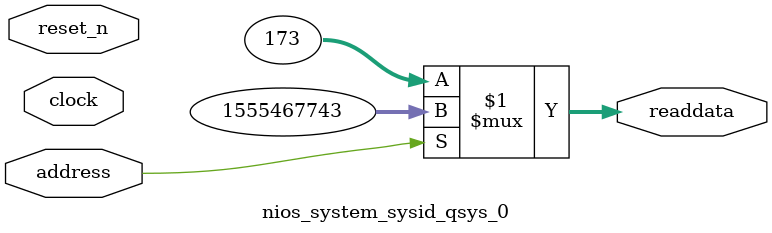
<source format=v>



// synthesis translate_off
`timescale 1ns / 1ps
// synthesis translate_on

// turn off superfluous verilog processor warnings 
// altera message_level Level1 
// altera message_off 10034 10035 10036 10037 10230 10240 10030 

module nios_system_sysid_qsys_0 (
               // inputs:
                address,
                clock,
                reset_n,

               // outputs:
                readdata
             )
;

  output  [ 31: 0] readdata;
  input            address;
  input            clock;
  input            reset_n;

  wire    [ 31: 0] readdata;
  //control_slave, which is an e_avalon_slave
  assign readdata = address ? 1555467743 : 173;

endmodule



</source>
